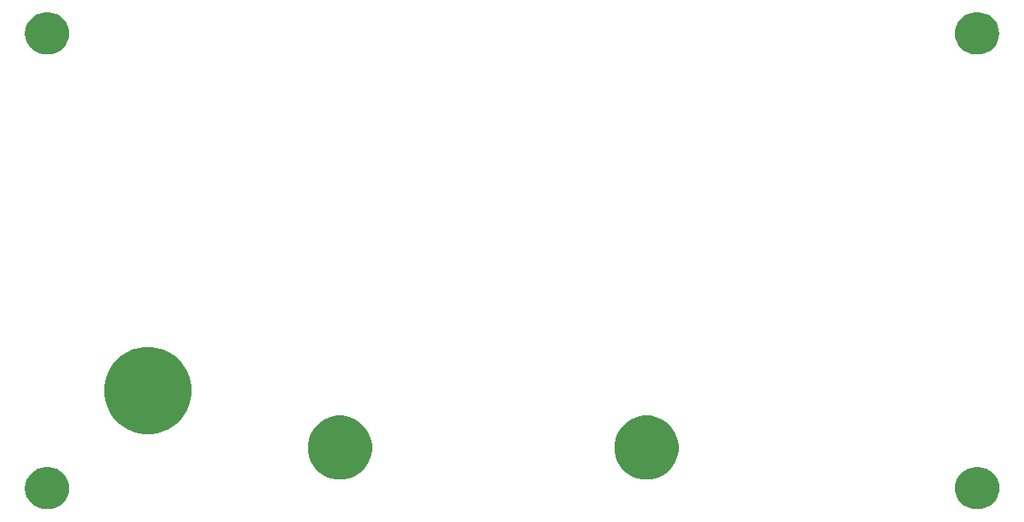
<source format=gbr>
G04 #@! TF.GenerationSoftware,KiCad,Pcbnew,5.0.2+dfsg1-1*
G04 #@! TF.CreationDate,2019-07-23T09:37:02-06:00*
G04 #@! TF.ProjectId,hl2-back-horiz,686c322d-6261-4636-9b2d-686f72697a2e,rev?*
G04 #@! TF.SameCoordinates,Original*
G04 #@! TF.FileFunction,Soldermask,Top*
G04 #@! TF.FilePolarity,Negative*
%FSLAX46Y46*%
G04 Gerber Fmt 4.6, Leading zero omitted, Abs format (unit mm)*
G04 Created by KiCad (PCBNEW 5.0.2+dfsg1-1) date Tue 23 Jul 2019 09:37:02 AM MDT*
%MOMM*%
%LPD*%
G01*
G04 APERTURE LIST*
%ADD10C,0.100000*%
G04 APERTURE END LIST*
D10*
G36*
X65382513Y-189262834D02*
X65382516Y-189262835D01*
X65382517Y-189262835D01*
X65787982Y-189385831D01*
X65787984Y-189385832D01*
X66161662Y-189585568D01*
X66489193Y-189854365D01*
X66757990Y-190181896D01*
X66757991Y-190181898D01*
X66957727Y-190555576D01*
X67078779Y-190954632D01*
X67080724Y-190961045D01*
X67122254Y-191382711D01*
X67080724Y-191804377D01*
X67080723Y-191804380D01*
X67080723Y-191804381D01*
X66959672Y-192203435D01*
X66957726Y-192209848D01*
X66757990Y-192583526D01*
X66489193Y-192911057D01*
X66161662Y-193179854D01*
X66161660Y-193179855D01*
X65787982Y-193379591D01*
X65382517Y-193502587D01*
X65382516Y-193502587D01*
X65382513Y-193502588D01*
X65066514Y-193533711D01*
X64605180Y-193533711D01*
X64289181Y-193502588D01*
X64289178Y-193502587D01*
X64289177Y-193502587D01*
X63883712Y-193379591D01*
X63510034Y-193179855D01*
X63510032Y-193179854D01*
X63182501Y-192911057D01*
X62913704Y-192583526D01*
X62713968Y-192209848D01*
X62712023Y-192203435D01*
X62590971Y-191804381D01*
X62590971Y-191804380D01*
X62590970Y-191804377D01*
X62549440Y-191382711D01*
X62590970Y-190961045D01*
X62592915Y-190954632D01*
X62713967Y-190555576D01*
X62913703Y-190181898D01*
X62913704Y-190181896D01*
X63182501Y-189854365D01*
X63510032Y-189585568D01*
X63883710Y-189385832D01*
X63883712Y-189385831D01*
X64289177Y-189262835D01*
X64289178Y-189262835D01*
X64289181Y-189262834D01*
X64605180Y-189231711D01*
X65066514Y-189231711D01*
X65382513Y-189262834D01*
X65382513Y-189262834D01*
G37*
G36*
X161202291Y-189256421D02*
X161202294Y-189256422D01*
X161202295Y-189256422D01*
X161607760Y-189379418D01*
X161607762Y-189379419D01*
X161981440Y-189579155D01*
X162308971Y-189847952D01*
X162577768Y-190175483D01*
X162751761Y-190501000D01*
X162777505Y-190549163D01*
X162779450Y-190555576D01*
X162900502Y-190954632D01*
X162942032Y-191376298D01*
X162900502Y-191797964D01*
X162900501Y-191797967D01*
X162900501Y-191797968D01*
X162898556Y-191804381D01*
X162777504Y-192203435D01*
X162577768Y-192577113D01*
X162308971Y-192904644D01*
X161981440Y-193173441D01*
X161981438Y-193173442D01*
X161607760Y-193373178D01*
X161202295Y-193496174D01*
X161202294Y-193496174D01*
X161202291Y-193496175D01*
X160886292Y-193527298D01*
X160424958Y-193527298D01*
X160108959Y-193496175D01*
X160108956Y-193496174D01*
X160108955Y-193496174D01*
X159703490Y-193373178D01*
X159329812Y-193173442D01*
X159329810Y-193173441D01*
X159002279Y-192904644D01*
X158733482Y-192577113D01*
X158533746Y-192203435D01*
X158412695Y-191804381D01*
X158410749Y-191797968D01*
X158410749Y-191797967D01*
X158410748Y-191797964D01*
X158369218Y-191376298D01*
X158410748Y-190954632D01*
X158531800Y-190555576D01*
X158533745Y-190549163D01*
X158559489Y-190501000D01*
X158733482Y-190175483D01*
X159002279Y-189847952D01*
X159329810Y-189579155D01*
X159703488Y-189379419D01*
X159703490Y-189379418D01*
X160108955Y-189256422D01*
X160108956Y-189256422D01*
X160108959Y-189256421D01*
X160424958Y-189225298D01*
X160886292Y-189225298D01*
X161202291Y-189256421D01*
X161202291Y-189256421D01*
G37*
G36*
X127562865Y-184025855D02*
X128163609Y-184274691D01*
X128704268Y-184635948D01*
X129164052Y-185095732D01*
X129525309Y-185636391D01*
X129774145Y-186237135D01*
X129901000Y-186874878D01*
X129901000Y-187525122D01*
X129774145Y-188162865D01*
X129525309Y-188763609D01*
X129164052Y-189304268D01*
X128704268Y-189764052D01*
X128163609Y-190125309D01*
X127562865Y-190374145D01*
X126925122Y-190501000D01*
X126274878Y-190501000D01*
X125637135Y-190374145D01*
X125036391Y-190125309D01*
X124495732Y-189764052D01*
X124035948Y-189304268D01*
X123674691Y-188763609D01*
X123425855Y-188162865D01*
X123299000Y-187525122D01*
X123299000Y-186874878D01*
X123425855Y-186237135D01*
X123674691Y-185636391D01*
X124035948Y-185095732D01*
X124495732Y-184635948D01*
X125036391Y-184274691D01*
X125637135Y-184025855D01*
X126274878Y-183899000D01*
X126925122Y-183899000D01*
X127562865Y-184025855D01*
X127562865Y-184025855D01*
G37*
G36*
X95962865Y-184025855D02*
X96563609Y-184274691D01*
X97104268Y-184635948D01*
X97564052Y-185095732D01*
X97925309Y-185636391D01*
X98174145Y-186237135D01*
X98301000Y-186874878D01*
X98301000Y-187525122D01*
X98174145Y-188162865D01*
X97925309Y-188763609D01*
X97564052Y-189304268D01*
X97104268Y-189764052D01*
X96563609Y-190125309D01*
X95962865Y-190374145D01*
X95325122Y-190501000D01*
X94674878Y-190501000D01*
X94037135Y-190374145D01*
X93436391Y-190125309D01*
X92895732Y-189764052D01*
X92435948Y-189304268D01*
X92074691Y-188763609D01*
X91825855Y-188162865D01*
X91699000Y-187525122D01*
X91699000Y-186874878D01*
X91825855Y-186237135D01*
X92074691Y-185636391D01*
X92435948Y-185095732D01*
X92895732Y-184635948D01*
X93436391Y-184274691D01*
X94037135Y-184025855D01*
X94674878Y-183899000D01*
X95325122Y-183899000D01*
X95962865Y-184025855D01*
X95962865Y-184025855D01*
G37*
G36*
X76078102Y-176885486D02*
X76512893Y-176971971D01*
X76852187Y-177112511D01*
X77332022Y-177311265D01*
X78069223Y-177803847D01*
X78696153Y-178430777D01*
X79188735Y-179167978D01*
X79528029Y-179987108D01*
X79701000Y-180856689D01*
X79701000Y-181743311D01*
X79528029Y-182612892D01*
X79188735Y-183432022D01*
X78696153Y-184169223D01*
X78069223Y-184796153D01*
X77332022Y-185288735D01*
X76852187Y-185487489D01*
X76512893Y-185628029D01*
X76470859Y-185636390D01*
X75643311Y-185801000D01*
X74756689Y-185801000D01*
X73929141Y-185636390D01*
X73887107Y-185628029D01*
X73547813Y-185487489D01*
X73067978Y-185288735D01*
X72330777Y-184796153D01*
X71703847Y-184169223D01*
X71211265Y-183432022D01*
X70871971Y-182612892D01*
X70699000Y-181743311D01*
X70699000Y-180856689D01*
X70871971Y-179987108D01*
X71211265Y-179167978D01*
X71703847Y-178430777D01*
X72330777Y-177803847D01*
X73067978Y-177311265D01*
X73547813Y-177112511D01*
X73887107Y-176971971D01*
X74321898Y-176885486D01*
X74756689Y-176799000D01*
X75643311Y-176799000D01*
X76078102Y-176885486D01*
X76078102Y-176885486D01*
G37*
G36*
X65384330Y-142341527D02*
X65384333Y-142341528D01*
X65384334Y-142341528D01*
X65789799Y-142464524D01*
X65789801Y-142464525D01*
X66163479Y-142664261D01*
X66491010Y-142933058D01*
X66759807Y-143260589D01*
X66959543Y-143634267D01*
X67082541Y-144039738D01*
X67124071Y-144461404D01*
X67082541Y-144883070D01*
X67082540Y-144883073D01*
X67082540Y-144883074D01*
X66960063Y-145286829D01*
X66959543Y-145288541D01*
X66759807Y-145662219D01*
X66491010Y-145989750D01*
X66163479Y-146258547D01*
X66163477Y-146258548D01*
X65789799Y-146458284D01*
X65384334Y-146581280D01*
X65384333Y-146581280D01*
X65384330Y-146581281D01*
X65068331Y-146612404D01*
X64606997Y-146612404D01*
X64290998Y-146581281D01*
X64290995Y-146581280D01*
X64290994Y-146581280D01*
X63885529Y-146458284D01*
X63511851Y-146258548D01*
X63511849Y-146258547D01*
X63184318Y-145989750D01*
X62915521Y-145662219D01*
X62715785Y-145288541D01*
X62715266Y-145286829D01*
X62592788Y-144883074D01*
X62592788Y-144883073D01*
X62592787Y-144883070D01*
X62551257Y-144461404D01*
X62592787Y-144039738D01*
X62715785Y-143634267D01*
X62915521Y-143260589D01*
X63184318Y-142933058D01*
X63511849Y-142664261D01*
X63885527Y-142464525D01*
X63885529Y-142464524D01*
X64290994Y-142341528D01*
X64290995Y-142341528D01*
X64290998Y-142341527D01*
X64606997Y-142310404D01*
X65068331Y-142310404D01*
X65384330Y-142341527D01*
X65384330Y-142341527D01*
G37*
G36*
X161195879Y-142339817D02*
X161195882Y-142339818D01*
X161195883Y-142339818D01*
X161601348Y-142462814D01*
X161601350Y-142462815D01*
X161975028Y-142662551D01*
X162302559Y-142931348D01*
X162571356Y-143258879D01*
X162571357Y-143258881D01*
X162771093Y-143632559D01*
X162894089Y-144038024D01*
X162894090Y-144038028D01*
X162935620Y-144459694D01*
X162894090Y-144881360D01*
X162771092Y-145286831D01*
X162571356Y-145660509D01*
X162302559Y-145988040D01*
X161975028Y-146256837D01*
X161975026Y-146256838D01*
X161601348Y-146456574D01*
X161195883Y-146579570D01*
X161195882Y-146579570D01*
X161195879Y-146579571D01*
X160879880Y-146610694D01*
X160418546Y-146610694D01*
X160102547Y-146579571D01*
X160102544Y-146579570D01*
X160102543Y-146579570D01*
X159697078Y-146456574D01*
X159323400Y-146256838D01*
X159323398Y-146256837D01*
X158995867Y-145988040D01*
X158727070Y-145660509D01*
X158527334Y-145286831D01*
X158404336Y-144881360D01*
X158362806Y-144459694D01*
X158404336Y-144038028D01*
X158404337Y-144038024D01*
X158527333Y-143632559D01*
X158727069Y-143258881D01*
X158727070Y-143258879D01*
X158995867Y-142931348D01*
X159323398Y-142662551D01*
X159697076Y-142462815D01*
X159697078Y-142462814D01*
X160102543Y-142339818D01*
X160102544Y-142339818D01*
X160102547Y-142339817D01*
X160418546Y-142308694D01*
X160879880Y-142308694D01*
X161195879Y-142339817D01*
X161195879Y-142339817D01*
G37*
M02*

</source>
